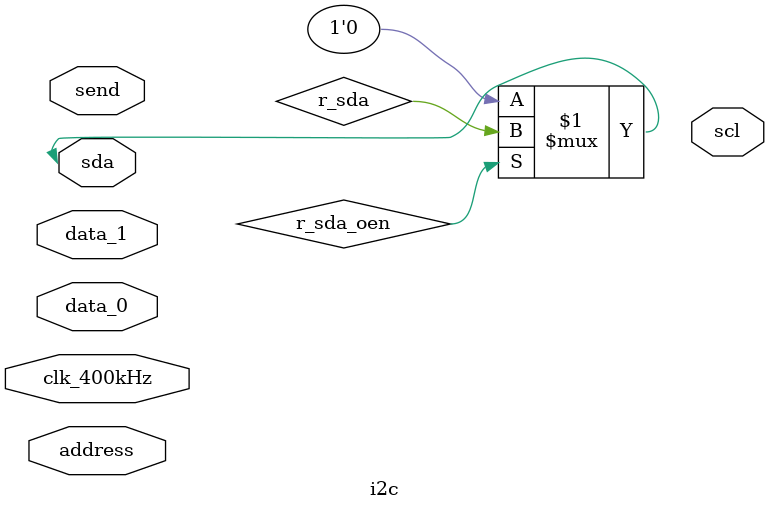
<source format=v>

/*i2c-esque module optimised for the HDMI phy*/
module i2c(
  input clk_400kHz,
  input [7:0] address,
  input [7:0] data_0,
  input [7:0] data_1,
  input send,

  inout  sda,
  output scl
);

reg r_sda_oen; /*SDA output enabled: 1 = output enabled, 0 = input enabled*/
reg r_sda;     /*internal SDA value register*/

assign sda = r_sda_oen ? r_sda : 1'b0; /*state control for sda pin*/

endmodule

</source>
